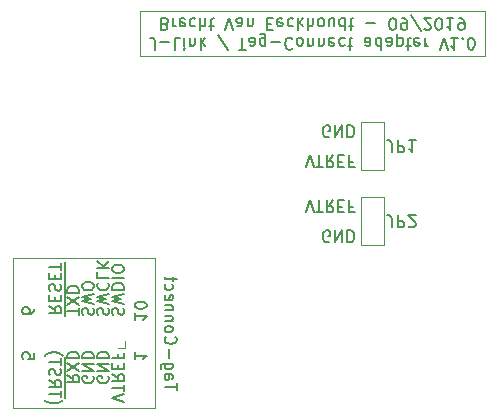
<source format=gbr>
G04 #@! TF.GenerationSoftware,KiCad,Pcbnew,5.1.4-e60b266~84~ubuntu19.04.1*
G04 #@! TF.CreationDate,2019-09-18T22:19:55+02:00*
G04 #@! TF.ProjectId,jlink-tagConnect-adapter,6a6c696e-6b2d-4746-9167-436f6e6e6563,rev?*
G04 #@! TF.SameCoordinates,Original*
G04 #@! TF.FileFunction,Legend,Bot*
G04 #@! TF.FilePolarity,Positive*
%FSLAX46Y46*%
G04 Gerber Fmt 4.6, Leading zero omitted, Abs format (unit mm)*
G04 Created by KiCad (PCBNEW 5.1.4-e60b266~84~ubuntu19.04.1) date 2019-09-18 22:19:55*
%MOMM*%
%LPD*%
G04 APERTURE LIST*
%ADD10C,0.120000*%
%ADD11C,0.150000*%
G04 APERTURE END LIST*
D10*
X106807000Y-87376000D02*
X136017000Y-87376000D01*
X106807000Y-83566000D02*
X106807000Y-87376000D01*
X136017000Y-83566000D02*
X106807000Y-83566000D01*
X136017000Y-87376000D02*
X136017000Y-83566000D01*
D11*
X108031047Y-86843619D02*
X108031047Y-86129333D01*
X107983428Y-85986476D01*
X107888190Y-85891238D01*
X107745333Y-85843619D01*
X107650095Y-85843619D01*
X108507238Y-86224571D02*
X109269142Y-86224571D01*
X110221523Y-85843619D02*
X109745333Y-85843619D01*
X109745333Y-86843619D01*
X110554857Y-85843619D02*
X110554857Y-86510285D01*
X110554857Y-86843619D02*
X110507238Y-86796000D01*
X110554857Y-86748380D01*
X110602476Y-86796000D01*
X110554857Y-86843619D01*
X110554857Y-86748380D01*
X111031047Y-86510285D02*
X111031047Y-85843619D01*
X111031047Y-86415047D02*
X111078666Y-86462666D01*
X111173904Y-86510285D01*
X111316761Y-86510285D01*
X111412000Y-86462666D01*
X111459619Y-86367428D01*
X111459619Y-85843619D01*
X111935809Y-85843619D02*
X111935809Y-86843619D01*
X112031047Y-86224571D02*
X112316761Y-85843619D01*
X112316761Y-86510285D02*
X111935809Y-86129333D01*
X114221523Y-86891238D02*
X113364380Y-85605523D01*
X115173904Y-86843619D02*
X115745333Y-86843619D01*
X115459619Y-85843619D02*
X115459619Y-86843619D01*
X116507238Y-85843619D02*
X116507238Y-86367428D01*
X116459619Y-86462666D01*
X116364380Y-86510285D01*
X116173904Y-86510285D01*
X116078666Y-86462666D01*
X116507238Y-85891238D02*
X116412000Y-85843619D01*
X116173904Y-85843619D01*
X116078666Y-85891238D01*
X116031047Y-85986476D01*
X116031047Y-86081714D01*
X116078666Y-86176952D01*
X116173904Y-86224571D01*
X116412000Y-86224571D01*
X116507238Y-86272190D01*
X117412000Y-86510285D02*
X117412000Y-85700761D01*
X117364380Y-85605523D01*
X117316761Y-85557904D01*
X117221523Y-85510285D01*
X117078666Y-85510285D01*
X116983428Y-85557904D01*
X117412000Y-85891238D02*
X117316761Y-85843619D01*
X117126285Y-85843619D01*
X117031047Y-85891238D01*
X116983428Y-85938857D01*
X116935809Y-86034095D01*
X116935809Y-86319809D01*
X116983428Y-86415047D01*
X117031047Y-86462666D01*
X117126285Y-86510285D01*
X117316761Y-86510285D01*
X117412000Y-86462666D01*
X117888190Y-86224571D02*
X118650095Y-86224571D01*
X119697714Y-85938857D02*
X119650095Y-85891238D01*
X119507238Y-85843619D01*
X119412000Y-85843619D01*
X119269142Y-85891238D01*
X119173904Y-85986476D01*
X119126285Y-86081714D01*
X119078666Y-86272190D01*
X119078666Y-86415047D01*
X119126285Y-86605523D01*
X119173904Y-86700761D01*
X119269142Y-86796000D01*
X119412000Y-86843619D01*
X119507238Y-86843619D01*
X119650095Y-86796000D01*
X119697714Y-86748380D01*
X120269142Y-85843619D02*
X120173904Y-85891238D01*
X120126285Y-85938857D01*
X120078666Y-86034095D01*
X120078666Y-86319809D01*
X120126285Y-86415047D01*
X120173904Y-86462666D01*
X120269142Y-86510285D01*
X120412000Y-86510285D01*
X120507238Y-86462666D01*
X120554857Y-86415047D01*
X120602476Y-86319809D01*
X120602476Y-86034095D01*
X120554857Y-85938857D01*
X120507238Y-85891238D01*
X120412000Y-85843619D01*
X120269142Y-85843619D01*
X121031047Y-86510285D02*
X121031047Y-85843619D01*
X121031047Y-86415047D02*
X121078666Y-86462666D01*
X121173904Y-86510285D01*
X121316761Y-86510285D01*
X121412000Y-86462666D01*
X121459619Y-86367428D01*
X121459619Y-85843619D01*
X121935809Y-86510285D02*
X121935809Y-85843619D01*
X121935809Y-86415047D02*
X121983428Y-86462666D01*
X122078666Y-86510285D01*
X122221523Y-86510285D01*
X122316761Y-86462666D01*
X122364380Y-86367428D01*
X122364380Y-85843619D01*
X123221523Y-85891238D02*
X123126285Y-85843619D01*
X122935809Y-85843619D01*
X122840571Y-85891238D01*
X122792952Y-85986476D01*
X122792952Y-86367428D01*
X122840571Y-86462666D01*
X122935809Y-86510285D01*
X123126285Y-86510285D01*
X123221523Y-86462666D01*
X123269142Y-86367428D01*
X123269142Y-86272190D01*
X122792952Y-86176952D01*
X124126285Y-85891238D02*
X124031047Y-85843619D01*
X123840571Y-85843619D01*
X123745333Y-85891238D01*
X123697714Y-85938857D01*
X123650095Y-86034095D01*
X123650095Y-86319809D01*
X123697714Y-86415047D01*
X123745333Y-86462666D01*
X123840571Y-86510285D01*
X124031047Y-86510285D01*
X124126285Y-86462666D01*
X124412000Y-86510285D02*
X124792952Y-86510285D01*
X124554857Y-86843619D02*
X124554857Y-85986476D01*
X124602476Y-85891238D01*
X124697714Y-85843619D01*
X124792952Y-85843619D01*
X126316761Y-85843619D02*
X126316761Y-86367428D01*
X126269142Y-86462666D01*
X126173904Y-86510285D01*
X125983428Y-86510285D01*
X125888190Y-86462666D01*
X126316761Y-85891238D02*
X126221523Y-85843619D01*
X125983428Y-85843619D01*
X125888190Y-85891238D01*
X125840571Y-85986476D01*
X125840571Y-86081714D01*
X125888190Y-86176952D01*
X125983428Y-86224571D01*
X126221523Y-86224571D01*
X126316761Y-86272190D01*
X127221523Y-85843619D02*
X127221523Y-86843619D01*
X127221523Y-85891238D02*
X127126285Y-85843619D01*
X126935809Y-85843619D01*
X126840571Y-85891238D01*
X126792952Y-85938857D01*
X126745333Y-86034095D01*
X126745333Y-86319809D01*
X126792952Y-86415047D01*
X126840571Y-86462666D01*
X126935809Y-86510285D01*
X127126285Y-86510285D01*
X127221523Y-86462666D01*
X128126285Y-85843619D02*
X128126285Y-86367428D01*
X128078666Y-86462666D01*
X127983428Y-86510285D01*
X127792952Y-86510285D01*
X127697714Y-86462666D01*
X128126285Y-85891238D02*
X128031047Y-85843619D01*
X127792952Y-85843619D01*
X127697714Y-85891238D01*
X127650095Y-85986476D01*
X127650095Y-86081714D01*
X127697714Y-86176952D01*
X127792952Y-86224571D01*
X128031047Y-86224571D01*
X128126285Y-86272190D01*
X128602476Y-86510285D02*
X128602476Y-85510285D01*
X128602476Y-86462666D02*
X128697714Y-86510285D01*
X128888190Y-86510285D01*
X128983428Y-86462666D01*
X129031047Y-86415047D01*
X129078666Y-86319809D01*
X129078666Y-86034095D01*
X129031047Y-85938857D01*
X128983428Y-85891238D01*
X128888190Y-85843619D01*
X128697714Y-85843619D01*
X128602476Y-85891238D01*
X129364380Y-86510285D02*
X129745333Y-86510285D01*
X129507238Y-86843619D02*
X129507238Y-85986476D01*
X129554857Y-85891238D01*
X129650095Y-85843619D01*
X129745333Y-85843619D01*
X130459619Y-85891238D02*
X130364380Y-85843619D01*
X130173904Y-85843619D01*
X130078666Y-85891238D01*
X130031047Y-85986476D01*
X130031047Y-86367428D01*
X130078666Y-86462666D01*
X130173904Y-86510285D01*
X130364380Y-86510285D01*
X130459619Y-86462666D01*
X130507238Y-86367428D01*
X130507238Y-86272190D01*
X130031047Y-86176952D01*
X130935809Y-85843619D02*
X130935809Y-86510285D01*
X130935809Y-86319809D02*
X130983428Y-86415047D01*
X131031047Y-86462666D01*
X131126285Y-86510285D01*
X131221523Y-86510285D01*
X132173904Y-86843619D02*
X132507238Y-85843619D01*
X132840571Y-86843619D01*
X133697714Y-85843619D02*
X133126285Y-85843619D01*
X133411999Y-85843619D02*
X133411999Y-86843619D01*
X133316761Y-86700761D01*
X133221523Y-86605523D01*
X133126285Y-86557904D01*
X134126285Y-85938857D02*
X134173904Y-85891238D01*
X134126285Y-85843619D01*
X134078666Y-85891238D01*
X134126285Y-85938857D01*
X134126285Y-85843619D01*
X134792952Y-86843619D02*
X134888190Y-86843619D01*
X134983428Y-86796000D01*
X135031047Y-86748380D01*
X135078666Y-86653142D01*
X135126285Y-86462666D01*
X135126285Y-86224571D01*
X135078666Y-86034095D01*
X135031047Y-85938857D01*
X134983428Y-85891238D01*
X134888190Y-85843619D01*
X134792952Y-85843619D01*
X134697714Y-85891238D01*
X134650095Y-85938857D01*
X134602476Y-86034095D01*
X134554857Y-86224571D01*
X134554857Y-86462666D01*
X134602476Y-86653142D01*
X134650095Y-86748380D01*
X134697714Y-86796000D01*
X134792952Y-86843619D01*
X108911999Y-84717428D02*
X109054857Y-84669809D01*
X109102476Y-84622190D01*
X109150095Y-84526952D01*
X109150095Y-84384095D01*
X109102476Y-84288857D01*
X109054857Y-84241238D01*
X108959619Y-84193619D01*
X108578666Y-84193619D01*
X108578666Y-85193619D01*
X108911999Y-85193619D01*
X109007238Y-85146000D01*
X109054857Y-85098380D01*
X109102476Y-85003142D01*
X109102476Y-84907904D01*
X109054857Y-84812666D01*
X109007238Y-84765047D01*
X108911999Y-84717428D01*
X108578666Y-84717428D01*
X109578666Y-84193619D02*
X109578666Y-84860285D01*
X109578666Y-84669809D02*
X109626285Y-84765047D01*
X109673904Y-84812666D01*
X109769142Y-84860285D01*
X109864380Y-84860285D01*
X110578666Y-84241238D02*
X110483428Y-84193619D01*
X110292952Y-84193619D01*
X110197714Y-84241238D01*
X110150095Y-84336476D01*
X110150095Y-84717428D01*
X110197714Y-84812666D01*
X110292952Y-84860285D01*
X110483428Y-84860285D01*
X110578666Y-84812666D01*
X110626285Y-84717428D01*
X110626285Y-84622190D01*
X110150095Y-84526952D01*
X111483428Y-84241238D02*
X111388190Y-84193619D01*
X111197714Y-84193619D01*
X111102476Y-84241238D01*
X111054857Y-84288857D01*
X111007238Y-84384095D01*
X111007238Y-84669809D01*
X111054857Y-84765047D01*
X111102476Y-84812666D01*
X111197714Y-84860285D01*
X111388190Y-84860285D01*
X111483428Y-84812666D01*
X111912000Y-84193619D02*
X111912000Y-85193619D01*
X112340571Y-84193619D02*
X112340571Y-84717428D01*
X112292952Y-84812666D01*
X112197714Y-84860285D01*
X112054857Y-84860285D01*
X111959619Y-84812666D01*
X111912000Y-84765047D01*
X112673904Y-84860285D02*
X113054857Y-84860285D01*
X112816761Y-85193619D02*
X112816761Y-84336476D01*
X112864380Y-84241238D01*
X112959619Y-84193619D01*
X113054857Y-84193619D01*
X114007238Y-85193619D02*
X114340571Y-84193619D01*
X114673904Y-85193619D01*
X115435809Y-84193619D02*
X115435809Y-84717428D01*
X115388190Y-84812666D01*
X115292952Y-84860285D01*
X115102476Y-84860285D01*
X115007238Y-84812666D01*
X115435809Y-84241238D02*
X115340571Y-84193619D01*
X115102476Y-84193619D01*
X115007238Y-84241238D01*
X114959619Y-84336476D01*
X114959619Y-84431714D01*
X115007238Y-84526952D01*
X115102476Y-84574571D01*
X115340571Y-84574571D01*
X115435809Y-84622190D01*
X115911999Y-84860285D02*
X115911999Y-84193619D01*
X115911999Y-84765047D02*
X115959619Y-84812666D01*
X116054857Y-84860285D01*
X116197714Y-84860285D01*
X116292952Y-84812666D01*
X116340571Y-84717428D01*
X116340571Y-84193619D01*
X117578666Y-84717428D02*
X117911999Y-84717428D01*
X118054857Y-84193619D02*
X117578666Y-84193619D01*
X117578666Y-85193619D01*
X118054857Y-85193619D01*
X118864380Y-84241238D02*
X118769142Y-84193619D01*
X118578666Y-84193619D01*
X118483428Y-84241238D01*
X118435809Y-84336476D01*
X118435809Y-84717428D01*
X118483428Y-84812666D01*
X118578666Y-84860285D01*
X118769142Y-84860285D01*
X118864380Y-84812666D01*
X118911999Y-84717428D01*
X118911999Y-84622190D01*
X118435809Y-84526952D01*
X119769142Y-84241238D02*
X119673904Y-84193619D01*
X119483428Y-84193619D01*
X119388190Y-84241238D01*
X119340571Y-84288857D01*
X119292952Y-84384095D01*
X119292952Y-84669809D01*
X119340571Y-84765047D01*
X119388190Y-84812666D01*
X119483428Y-84860285D01*
X119673904Y-84860285D01*
X119769142Y-84812666D01*
X120197714Y-84193619D02*
X120197714Y-85193619D01*
X120292952Y-84574571D02*
X120578666Y-84193619D01*
X120578666Y-84860285D02*
X120197714Y-84479333D01*
X121007238Y-84193619D02*
X121007238Y-85193619D01*
X121435809Y-84193619D02*
X121435809Y-84717428D01*
X121388190Y-84812666D01*
X121292952Y-84860285D01*
X121150095Y-84860285D01*
X121054857Y-84812666D01*
X121007238Y-84765047D01*
X122054857Y-84193619D02*
X121959619Y-84241238D01*
X121911999Y-84288857D01*
X121864380Y-84384095D01*
X121864380Y-84669809D01*
X121911999Y-84765047D01*
X121959619Y-84812666D01*
X122054857Y-84860285D01*
X122197714Y-84860285D01*
X122292952Y-84812666D01*
X122340571Y-84765047D01*
X122388190Y-84669809D01*
X122388190Y-84384095D01*
X122340571Y-84288857D01*
X122292952Y-84241238D01*
X122197714Y-84193619D01*
X122054857Y-84193619D01*
X123245333Y-84860285D02*
X123245333Y-84193619D01*
X122816761Y-84860285D02*
X122816761Y-84336476D01*
X122864380Y-84241238D01*
X122959619Y-84193619D01*
X123102476Y-84193619D01*
X123197714Y-84241238D01*
X123245333Y-84288857D01*
X124150095Y-84193619D02*
X124150095Y-85193619D01*
X124150095Y-84241238D02*
X124054857Y-84193619D01*
X123864380Y-84193619D01*
X123769142Y-84241238D01*
X123721523Y-84288857D01*
X123673904Y-84384095D01*
X123673904Y-84669809D01*
X123721523Y-84765047D01*
X123769142Y-84812666D01*
X123864380Y-84860285D01*
X124054857Y-84860285D01*
X124150095Y-84812666D01*
X124483428Y-84860285D02*
X124864380Y-84860285D01*
X124626285Y-85193619D02*
X124626285Y-84336476D01*
X124673904Y-84241238D01*
X124769142Y-84193619D01*
X124864380Y-84193619D01*
X125959619Y-84574571D02*
X126721523Y-84574571D01*
X128150095Y-85193619D02*
X128245333Y-85193619D01*
X128340571Y-85146000D01*
X128388190Y-85098380D01*
X128435809Y-85003142D01*
X128483428Y-84812666D01*
X128483428Y-84574571D01*
X128435809Y-84384095D01*
X128388190Y-84288857D01*
X128340571Y-84241238D01*
X128245333Y-84193619D01*
X128150095Y-84193619D01*
X128054857Y-84241238D01*
X128007238Y-84288857D01*
X127959619Y-84384095D01*
X127911999Y-84574571D01*
X127911999Y-84812666D01*
X127959619Y-85003142D01*
X128007238Y-85098380D01*
X128054857Y-85146000D01*
X128150095Y-85193619D01*
X128959619Y-84193619D02*
X129150095Y-84193619D01*
X129245333Y-84241238D01*
X129292952Y-84288857D01*
X129388190Y-84431714D01*
X129435809Y-84622190D01*
X129435809Y-85003142D01*
X129388190Y-85098380D01*
X129340571Y-85146000D01*
X129245333Y-85193619D01*
X129054857Y-85193619D01*
X128959619Y-85146000D01*
X128911999Y-85098380D01*
X128864380Y-85003142D01*
X128864380Y-84765047D01*
X128911999Y-84669809D01*
X128959619Y-84622190D01*
X129054857Y-84574571D01*
X129245333Y-84574571D01*
X129340571Y-84622190D01*
X129388190Y-84669809D01*
X129435809Y-84765047D01*
X130578666Y-85241238D02*
X129721523Y-83955523D01*
X130864380Y-85098380D02*
X130911999Y-85146000D01*
X131007238Y-85193619D01*
X131245333Y-85193619D01*
X131340571Y-85146000D01*
X131388190Y-85098380D01*
X131435809Y-85003142D01*
X131435809Y-84907904D01*
X131388190Y-84765047D01*
X130816761Y-84193619D01*
X131435809Y-84193619D01*
X132054857Y-85193619D02*
X132150095Y-85193619D01*
X132245333Y-85146000D01*
X132292952Y-85098380D01*
X132340571Y-85003142D01*
X132388190Y-84812666D01*
X132388190Y-84574571D01*
X132340571Y-84384095D01*
X132292952Y-84288857D01*
X132245333Y-84241238D01*
X132150095Y-84193619D01*
X132054857Y-84193619D01*
X131959619Y-84241238D01*
X131911999Y-84288857D01*
X131864380Y-84384095D01*
X131816761Y-84574571D01*
X131816761Y-84812666D01*
X131864380Y-85003142D01*
X131911999Y-85098380D01*
X131959619Y-85146000D01*
X132054857Y-85193619D01*
X133340571Y-84193619D02*
X132769142Y-84193619D01*
X133054857Y-84193619D02*
X133054857Y-85193619D01*
X132959619Y-85050761D01*
X132864380Y-84955523D01*
X132769142Y-84907904D01*
X133816761Y-84193619D02*
X134007238Y-84193619D01*
X134102476Y-84241238D01*
X134150095Y-84288857D01*
X134245333Y-84431714D01*
X134292952Y-84622190D01*
X134292952Y-85003142D01*
X134245333Y-85098380D01*
X134197714Y-85146000D01*
X134102476Y-85193619D01*
X133911999Y-85193619D01*
X133816761Y-85146000D01*
X133769142Y-85098380D01*
X133721523Y-85003142D01*
X133721523Y-84765047D01*
X133769142Y-84669809D01*
X133816761Y-84622190D01*
X133911999Y-84574571D01*
X134102476Y-84574571D01*
X134197714Y-84622190D01*
X134245333Y-84669809D01*
X134292952Y-84765047D01*
X109894619Y-115680523D02*
X109894619Y-115109095D01*
X108894619Y-115394809D02*
X109894619Y-115394809D01*
X108894619Y-114347190D02*
X109418428Y-114347190D01*
X109513666Y-114394809D01*
X109561285Y-114490047D01*
X109561285Y-114680523D01*
X109513666Y-114775761D01*
X108942238Y-114347190D02*
X108894619Y-114442428D01*
X108894619Y-114680523D01*
X108942238Y-114775761D01*
X109037476Y-114823380D01*
X109132714Y-114823380D01*
X109227952Y-114775761D01*
X109275571Y-114680523D01*
X109275571Y-114442428D01*
X109323190Y-114347190D01*
X109561285Y-113442428D02*
X108751761Y-113442428D01*
X108656523Y-113490047D01*
X108608904Y-113537666D01*
X108561285Y-113632904D01*
X108561285Y-113775761D01*
X108608904Y-113871000D01*
X108942238Y-113442428D02*
X108894619Y-113537666D01*
X108894619Y-113728142D01*
X108942238Y-113823380D01*
X108989857Y-113871000D01*
X109085095Y-113918619D01*
X109370809Y-113918619D01*
X109466047Y-113871000D01*
X109513666Y-113823380D01*
X109561285Y-113728142D01*
X109561285Y-113537666D01*
X109513666Y-113442428D01*
X109275571Y-112966238D02*
X109275571Y-112204333D01*
X108989857Y-111156714D02*
X108942238Y-111204333D01*
X108894619Y-111347190D01*
X108894619Y-111442428D01*
X108942238Y-111585285D01*
X109037476Y-111680523D01*
X109132714Y-111728142D01*
X109323190Y-111775761D01*
X109466047Y-111775761D01*
X109656523Y-111728142D01*
X109751761Y-111680523D01*
X109847000Y-111585285D01*
X109894619Y-111442428D01*
X109894619Y-111347190D01*
X109847000Y-111204333D01*
X109799380Y-111156714D01*
X108894619Y-110585285D02*
X108942238Y-110680523D01*
X108989857Y-110728142D01*
X109085095Y-110775761D01*
X109370809Y-110775761D01*
X109466047Y-110728142D01*
X109513666Y-110680523D01*
X109561285Y-110585285D01*
X109561285Y-110442428D01*
X109513666Y-110347190D01*
X109466047Y-110299571D01*
X109370809Y-110251952D01*
X109085095Y-110251952D01*
X108989857Y-110299571D01*
X108942238Y-110347190D01*
X108894619Y-110442428D01*
X108894619Y-110585285D01*
X109561285Y-109823380D02*
X108894619Y-109823380D01*
X109466047Y-109823380D02*
X109513666Y-109775761D01*
X109561285Y-109680523D01*
X109561285Y-109537666D01*
X109513666Y-109442428D01*
X109418428Y-109394809D01*
X108894619Y-109394809D01*
X109561285Y-108918619D02*
X108894619Y-108918619D01*
X109466047Y-108918619D02*
X109513666Y-108871000D01*
X109561285Y-108775761D01*
X109561285Y-108632904D01*
X109513666Y-108537666D01*
X109418428Y-108490047D01*
X108894619Y-108490047D01*
X108942238Y-107632904D02*
X108894619Y-107728142D01*
X108894619Y-107918619D01*
X108942238Y-108013857D01*
X109037476Y-108061476D01*
X109418428Y-108061476D01*
X109513666Y-108013857D01*
X109561285Y-107918619D01*
X109561285Y-107728142D01*
X109513666Y-107632904D01*
X109418428Y-107585285D01*
X109323190Y-107585285D01*
X109227952Y-108061476D01*
X108942238Y-106728142D02*
X108894619Y-106823380D01*
X108894619Y-107013857D01*
X108942238Y-107109095D01*
X108989857Y-107156714D01*
X109085095Y-107204333D01*
X109370809Y-107204333D01*
X109466047Y-107156714D01*
X109513666Y-107109095D01*
X109561285Y-107013857D01*
X109561285Y-106823380D01*
X109513666Y-106728142D01*
X109561285Y-106442428D02*
X109561285Y-106061476D01*
X109894619Y-106299571D02*
X109037476Y-106299571D01*
X108942238Y-106251952D01*
X108894619Y-106156714D01*
X108894619Y-106061476D01*
D10*
X108077000Y-104521000D02*
X108077000Y-117221000D01*
X96012000Y-104521000D02*
X108077000Y-104521000D01*
X96012000Y-117221000D02*
X96012000Y-104521000D01*
X108077000Y-117221000D02*
X96012000Y-117221000D01*
D11*
X97829619Y-108775523D02*
X97829619Y-108966000D01*
X97782000Y-109061238D01*
X97734380Y-109108857D01*
X97591523Y-109204095D01*
X97401047Y-109251714D01*
X97020095Y-109251714D01*
X96924857Y-109204095D01*
X96877238Y-109156476D01*
X96829619Y-109061238D01*
X96829619Y-108870761D01*
X96877238Y-108775523D01*
X96924857Y-108727904D01*
X97020095Y-108680285D01*
X97258190Y-108680285D01*
X97353428Y-108727904D01*
X97401047Y-108775523D01*
X97448666Y-108870761D01*
X97448666Y-109061238D01*
X97401047Y-109156476D01*
X97353428Y-109204095D01*
X97258190Y-109251714D01*
X97829619Y-112537904D02*
X97829619Y-113014095D01*
X97353428Y-113061714D01*
X97401047Y-113014095D01*
X97448666Y-112918857D01*
X97448666Y-112680761D01*
X97401047Y-112585523D01*
X97353428Y-112537904D01*
X97258190Y-112490285D01*
X97020095Y-112490285D01*
X96924857Y-112537904D01*
X96877238Y-112585523D01*
X96829619Y-112680761D01*
X96829619Y-112918857D01*
X96877238Y-113014095D01*
X96924857Y-113061714D01*
X106354619Y-109156476D02*
X106354619Y-109727904D01*
X106354619Y-109442190D02*
X107354619Y-109442190D01*
X107211761Y-109537428D01*
X107116523Y-109632666D01*
X107068904Y-109727904D01*
X107354619Y-108537428D02*
X107354619Y-108442190D01*
X107307000Y-108346952D01*
X107259380Y-108299333D01*
X107164142Y-108251714D01*
X106973666Y-108204095D01*
X106735571Y-108204095D01*
X106545095Y-108251714D01*
X106449857Y-108299333D01*
X106402238Y-108346952D01*
X106354619Y-108442190D01*
X106354619Y-108537428D01*
X106402238Y-108632666D01*
X106449857Y-108680285D01*
X106545095Y-108727904D01*
X106735571Y-108775523D01*
X106973666Y-108775523D01*
X107164142Y-108727904D01*
X107259380Y-108680285D01*
X107307000Y-108632666D01*
X107354619Y-108537428D01*
X106354619Y-112490285D02*
X106354619Y-113061714D01*
X106354619Y-112776000D02*
X107354619Y-112776000D01*
X107211761Y-112871238D01*
X107116523Y-112966476D01*
X107068904Y-113061714D01*
X100483000Y-109376500D02*
X100483000Y-108376500D01*
X99115619Y-108566976D02*
X99591809Y-108900309D01*
X99115619Y-109138404D02*
X100115619Y-109138404D01*
X100115619Y-108757452D01*
X100068000Y-108662214D01*
X100020380Y-108614595D01*
X99925142Y-108566976D01*
X99782285Y-108566976D01*
X99687047Y-108614595D01*
X99639428Y-108662214D01*
X99591809Y-108757452D01*
X99591809Y-109138404D01*
X100483000Y-108376500D02*
X100483000Y-107471738D01*
X99639428Y-108138404D02*
X99639428Y-107805071D01*
X99115619Y-107662214D02*
X99115619Y-108138404D01*
X100115619Y-108138404D01*
X100115619Y-107662214D01*
X100483000Y-107471738D02*
X100483000Y-106519357D01*
X99163238Y-107281261D02*
X99115619Y-107138404D01*
X99115619Y-106900309D01*
X99163238Y-106805071D01*
X99210857Y-106757452D01*
X99306095Y-106709833D01*
X99401333Y-106709833D01*
X99496571Y-106757452D01*
X99544190Y-106805071D01*
X99591809Y-106900309D01*
X99639428Y-107090785D01*
X99687047Y-107186023D01*
X99734666Y-107233642D01*
X99829904Y-107281261D01*
X99925142Y-107281261D01*
X100020380Y-107233642D01*
X100068000Y-107186023D01*
X100115619Y-107090785D01*
X100115619Y-106852690D01*
X100068000Y-106709833D01*
X100483000Y-106519357D02*
X100483000Y-105614595D01*
X99639428Y-106281261D02*
X99639428Y-105947928D01*
X99115619Y-105805071D02*
X99115619Y-106281261D01*
X100115619Y-106281261D01*
X100115619Y-105805071D01*
X100483000Y-105614595D02*
X100483000Y-104852690D01*
X100115619Y-105519357D02*
X100115619Y-104947928D01*
X99115619Y-105233642D02*
X100115619Y-105233642D01*
X101639619Y-109281261D02*
X101639619Y-108709833D01*
X100639619Y-108995547D02*
X101639619Y-108995547D01*
X101639619Y-108471738D02*
X100639619Y-107805071D01*
X101639619Y-107805071D02*
X100639619Y-108471738D01*
X100639619Y-107424119D02*
X101639619Y-107424119D01*
X101639619Y-107186023D01*
X101592000Y-107043166D01*
X101496761Y-106947928D01*
X101401523Y-106900309D01*
X101211047Y-106852690D01*
X101068190Y-106852690D01*
X100877714Y-106900309D01*
X100782476Y-106947928D01*
X100687238Y-107043166D01*
X100639619Y-107186023D01*
X100639619Y-107424119D01*
X101957238Y-109313023D02*
X101909619Y-109170166D01*
X101909619Y-108932071D01*
X101957238Y-108836833D01*
X102004857Y-108789214D01*
X102100095Y-108741595D01*
X102195333Y-108741595D01*
X102290571Y-108789214D01*
X102338190Y-108836833D01*
X102385809Y-108932071D01*
X102433428Y-109122547D01*
X102481047Y-109217785D01*
X102528666Y-109265404D01*
X102623904Y-109313023D01*
X102719142Y-109313023D01*
X102814380Y-109265404D01*
X102862000Y-109217785D01*
X102909619Y-109122547D01*
X102909619Y-108884452D01*
X102862000Y-108741595D01*
X102909619Y-108408261D02*
X101909619Y-108170166D01*
X102623904Y-107979690D01*
X101909619Y-107789214D01*
X102909619Y-107551119D01*
X102909619Y-106979690D02*
X102909619Y-106789214D01*
X102862000Y-106693976D01*
X102766761Y-106598738D01*
X102576285Y-106551119D01*
X102242952Y-106551119D01*
X102052476Y-106598738D01*
X101957238Y-106693976D01*
X101909619Y-106789214D01*
X101909619Y-106979690D01*
X101957238Y-107074928D01*
X102052476Y-107170166D01*
X102242952Y-107217785D01*
X102576285Y-107217785D01*
X102766761Y-107170166D01*
X102862000Y-107074928D01*
X102909619Y-106979690D01*
X103227238Y-109313023D02*
X103179619Y-109170166D01*
X103179619Y-108932071D01*
X103227238Y-108836833D01*
X103274857Y-108789214D01*
X103370095Y-108741595D01*
X103465333Y-108741595D01*
X103560571Y-108789214D01*
X103608190Y-108836833D01*
X103655809Y-108932071D01*
X103703428Y-109122547D01*
X103751047Y-109217785D01*
X103798666Y-109265404D01*
X103893904Y-109313023D01*
X103989142Y-109313023D01*
X104084380Y-109265404D01*
X104132000Y-109217785D01*
X104179619Y-109122547D01*
X104179619Y-108884452D01*
X104132000Y-108741595D01*
X104179619Y-108408261D02*
X103179619Y-108170166D01*
X103893904Y-107979690D01*
X103179619Y-107789214D01*
X104179619Y-107551119D01*
X103274857Y-106598738D02*
X103227238Y-106646357D01*
X103179619Y-106789214D01*
X103179619Y-106884452D01*
X103227238Y-107027309D01*
X103322476Y-107122547D01*
X103417714Y-107170166D01*
X103608190Y-107217785D01*
X103751047Y-107217785D01*
X103941523Y-107170166D01*
X104036761Y-107122547D01*
X104132000Y-107027309D01*
X104179619Y-106884452D01*
X104179619Y-106789214D01*
X104132000Y-106646357D01*
X104084380Y-106598738D01*
X103179619Y-105693976D02*
X103179619Y-106170166D01*
X104179619Y-106170166D01*
X103179619Y-105360642D02*
X104179619Y-105360642D01*
X103179619Y-104789214D02*
X103751047Y-105217785D01*
X104179619Y-104789214D02*
X103608190Y-105360642D01*
X104497238Y-109313023D02*
X104449619Y-109170166D01*
X104449619Y-108932071D01*
X104497238Y-108836833D01*
X104544857Y-108789214D01*
X104640095Y-108741595D01*
X104735333Y-108741595D01*
X104830571Y-108789214D01*
X104878190Y-108836833D01*
X104925809Y-108932071D01*
X104973428Y-109122547D01*
X105021047Y-109217785D01*
X105068666Y-109265404D01*
X105163904Y-109313023D01*
X105259142Y-109313023D01*
X105354380Y-109265404D01*
X105402000Y-109217785D01*
X105449619Y-109122547D01*
X105449619Y-108884452D01*
X105402000Y-108741595D01*
X105449619Y-108408261D02*
X104449619Y-108170166D01*
X105163904Y-107979690D01*
X104449619Y-107789214D01*
X105449619Y-107551119D01*
X104449619Y-107170166D02*
X105449619Y-107170166D01*
X105449619Y-106932071D01*
X105402000Y-106789214D01*
X105306761Y-106693976D01*
X105211523Y-106646357D01*
X105021047Y-106598738D01*
X104878190Y-106598738D01*
X104687714Y-106646357D01*
X104592476Y-106693976D01*
X104497238Y-106789214D01*
X104449619Y-106932071D01*
X104449619Y-107170166D01*
X104449619Y-106170166D02*
X105449619Y-106170166D01*
X105449619Y-105503500D02*
X105449619Y-105313023D01*
X105402000Y-105217785D01*
X105306761Y-105122547D01*
X105116285Y-105074928D01*
X104782952Y-105074928D01*
X104592476Y-105122547D01*
X104497238Y-105217785D01*
X104449619Y-105313023D01*
X104449619Y-105503500D01*
X104497238Y-105598738D01*
X104592476Y-105693976D01*
X104782952Y-105741595D01*
X105116285Y-105741595D01*
X105306761Y-105693976D01*
X105402000Y-105598738D01*
X105449619Y-105503500D01*
X98734666Y-116524214D02*
X98782285Y-116571833D01*
X98925142Y-116667071D01*
X99020380Y-116714690D01*
X99163238Y-116762309D01*
X99401333Y-116809928D01*
X99591809Y-116809928D01*
X99829904Y-116762309D01*
X99972761Y-116714690D01*
X100068000Y-116667071D01*
X100210857Y-116571833D01*
X100258476Y-116524214D01*
X100483000Y-116381357D02*
X100483000Y-115619452D01*
X100115619Y-116286119D02*
X100115619Y-115714690D01*
X99115619Y-116000404D02*
X100115619Y-116000404D01*
X100483000Y-115619452D02*
X100483000Y-114619452D01*
X99115619Y-114809928D02*
X99591809Y-115143261D01*
X99115619Y-115381357D02*
X100115619Y-115381357D01*
X100115619Y-115000404D01*
X100068000Y-114905166D01*
X100020380Y-114857547D01*
X99925142Y-114809928D01*
X99782285Y-114809928D01*
X99687047Y-114857547D01*
X99639428Y-114905166D01*
X99591809Y-115000404D01*
X99591809Y-115381357D01*
X100483000Y-114619452D02*
X100483000Y-113667071D01*
X99163238Y-114428976D02*
X99115619Y-114286119D01*
X99115619Y-114048023D01*
X99163238Y-113952785D01*
X99210857Y-113905166D01*
X99306095Y-113857547D01*
X99401333Y-113857547D01*
X99496571Y-113905166D01*
X99544190Y-113952785D01*
X99591809Y-114048023D01*
X99639428Y-114238500D01*
X99687047Y-114333738D01*
X99734666Y-114381357D01*
X99829904Y-114428976D01*
X99925142Y-114428976D01*
X100020380Y-114381357D01*
X100068000Y-114333738D01*
X100115619Y-114238500D01*
X100115619Y-114000404D01*
X100068000Y-113857547D01*
X100483000Y-113667071D02*
X100483000Y-112905166D01*
X100115619Y-113571833D02*
X100115619Y-113000404D01*
X99115619Y-113286119D02*
X100115619Y-113286119D01*
X98734666Y-112762309D02*
X98782285Y-112714690D01*
X98925142Y-112619452D01*
X99020380Y-112571833D01*
X99163238Y-112524214D01*
X99401333Y-112476595D01*
X99591809Y-112476595D01*
X99829904Y-112524214D01*
X99972761Y-112571833D01*
X100068000Y-112619452D01*
X100210857Y-112714690D01*
X100258476Y-112762309D01*
X100639619Y-114381357D02*
X101115809Y-114714690D01*
X100639619Y-114952785D02*
X101639619Y-114952785D01*
X101639619Y-114571833D01*
X101592000Y-114476595D01*
X101544380Y-114428976D01*
X101449142Y-114381357D01*
X101306285Y-114381357D01*
X101211047Y-114428976D01*
X101163428Y-114476595D01*
X101115809Y-114571833D01*
X101115809Y-114952785D01*
X101639619Y-114048023D02*
X100639619Y-113381357D01*
X101639619Y-113381357D02*
X100639619Y-114048023D01*
X100639619Y-113000404D02*
X101639619Y-113000404D01*
X101639619Y-112762309D01*
X101592000Y-112619452D01*
X101496761Y-112524214D01*
X101401523Y-112476595D01*
X101211047Y-112428976D01*
X101068190Y-112428976D01*
X100877714Y-112476595D01*
X100782476Y-112524214D01*
X100687238Y-112619452D01*
X100639619Y-112762309D01*
X100639619Y-113000404D01*
X102862000Y-114524214D02*
X102909619Y-114619452D01*
X102909619Y-114762309D01*
X102862000Y-114905166D01*
X102766761Y-115000404D01*
X102671523Y-115048023D01*
X102481047Y-115095642D01*
X102338190Y-115095642D01*
X102147714Y-115048023D01*
X102052476Y-115000404D01*
X101957238Y-114905166D01*
X101909619Y-114762309D01*
X101909619Y-114667071D01*
X101957238Y-114524214D01*
X102004857Y-114476595D01*
X102338190Y-114476595D01*
X102338190Y-114667071D01*
X101909619Y-114048023D02*
X102909619Y-114048023D01*
X101909619Y-113476595D01*
X102909619Y-113476595D01*
X101909619Y-113000404D02*
X102909619Y-113000404D01*
X102909619Y-112762309D01*
X102862000Y-112619452D01*
X102766761Y-112524214D01*
X102671523Y-112476595D01*
X102481047Y-112428976D01*
X102338190Y-112428976D01*
X102147714Y-112476595D01*
X102052476Y-112524214D01*
X101957238Y-112619452D01*
X101909619Y-112762309D01*
X101909619Y-113000404D01*
X104132000Y-114524214D02*
X104179619Y-114619452D01*
X104179619Y-114762309D01*
X104132000Y-114905166D01*
X104036761Y-115000404D01*
X103941523Y-115048023D01*
X103751047Y-115095642D01*
X103608190Y-115095642D01*
X103417714Y-115048023D01*
X103322476Y-115000404D01*
X103227238Y-114905166D01*
X103179619Y-114762309D01*
X103179619Y-114667071D01*
X103227238Y-114524214D01*
X103274857Y-114476595D01*
X103608190Y-114476595D01*
X103608190Y-114667071D01*
X103179619Y-114048023D02*
X104179619Y-114048023D01*
X103179619Y-113476595D01*
X104179619Y-113476595D01*
X103179619Y-113000404D02*
X104179619Y-113000404D01*
X104179619Y-112762309D01*
X104132000Y-112619452D01*
X104036761Y-112524214D01*
X103941523Y-112476595D01*
X103751047Y-112428976D01*
X103608190Y-112428976D01*
X103417714Y-112476595D01*
X103322476Y-112524214D01*
X103227238Y-112619452D01*
X103179619Y-112762309D01*
X103179619Y-113000404D01*
X105449619Y-116651214D02*
X104449619Y-116317880D01*
X105449619Y-115984547D01*
X105449619Y-115794071D02*
X105449619Y-115222642D01*
X104449619Y-115508357D02*
X105449619Y-115508357D01*
X104449619Y-114317880D02*
X104925809Y-114651214D01*
X104449619Y-114889309D02*
X105449619Y-114889309D01*
X105449619Y-114508357D01*
X105402000Y-114413119D01*
X105354380Y-114365500D01*
X105259142Y-114317880D01*
X105116285Y-114317880D01*
X105021047Y-114365500D01*
X104973428Y-114413119D01*
X104925809Y-114508357D01*
X104925809Y-114889309D01*
X104973428Y-113889309D02*
X104973428Y-113555976D01*
X104449619Y-113413119D02*
X104449619Y-113889309D01*
X105449619Y-113889309D01*
X105449619Y-113413119D01*
X104973428Y-112651214D02*
X104973428Y-112984547D01*
X104449619Y-112984547D02*
X105449619Y-112984547D01*
X105449619Y-112508357D01*
X122838785Y-103116000D02*
X122743547Y-103163619D01*
X122600690Y-103163619D01*
X122457833Y-103116000D01*
X122362595Y-103020761D01*
X122314976Y-102925523D01*
X122267357Y-102735047D01*
X122267357Y-102592190D01*
X122314976Y-102401714D01*
X122362595Y-102306476D01*
X122457833Y-102211238D01*
X122600690Y-102163619D01*
X122695928Y-102163619D01*
X122838785Y-102211238D01*
X122886404Y-102258857D01*
X122886404Y-102592190D01*
X122695928Y-102592190D01*
X123314976Y-102163619D02*
X123314976Y-103163619D01*
X123886404Y-102163619D01*
X123886404Y-103163619D01*
X124362595Y-102163619D02*
X124362595Y-103163619D01*
X124600690Y-103163619D01*
X124743547Y-103116000D01*
X124838785Y-103020761D01*
X124886404Y-102925523D01*
X124934023Y-102735047D01*
X124934023Y-102592190D01*
X124886404Y-102401714D01*
X124838785Y-102306476D01*
X124743547Y-102211238D01*
X124600690Y-102163619D01*
X124362595Y-102163619D01*
X120838785Y-100623619D02*
X121172119Y-99623619D01*
X121505452Y-100623619D01*
X121695928Y-100623619D02*
X122267357Y-100623619D01*
X121981642Y-99623619D02*
X121981642Y-100623619D01*
X123172119Y-99623619D02*
X122838785Y-100099809D01*
X122600690Y-99623619D02*
X122600690Y-100623619D01*
X122981642Y-100623619D01*
X123076880Y-100576000D01*
X123124500Y-100528380D01*
X123172119Y-100433142D01*
X123172119Y-100290285D01*
X123124500Y-100195047D01*
X123076880Y-100147428D01*
X122981642Y-100099809D01*
X122600690Y-100099809D01*
X123600690Y-100147428D02*
X123934023Y-100147428D01*
X124076880Y-99623619D02*
X123600690Y-99623619D01*
X123600690Y-100623619D01*
X124076880Y-100623619D01*
X124838785Y-100147428D02*
X124505452Y-100147428D01*
X124505452Y-99623619D02*
X124505452Y-100623619D01*
X124981642Y-100623619D01*
X120838785Y-96813619D02*
X121172119Y-95813619D01*
X121505452Y-96813619D01*
X121695928Y-96813619D02*
X122267357Y-96813619D01*
X121981642Y-95813619D02*
X121981642Y-96813619D01*
X123172119Y-95813619D02*
X122838785Y-96289809D01*
X122600690Y-95813619D02*
X122600690Y-96813619D01*
X122981642Y-96813619D01*
X123076880Y-96766000D01*
X123124500Y-96718380D01*
X123172119Y-96623142D01*
X123172119Y-96480285D01*
X123124500Y-96385047D01*
X123076880Y-96337428D01*
X122981642Y-96289809D01*
X122600690Y-96289809D01*
X123600690Y-96337428D02*
X123934023Y-96337428D01*
X124076880Y-95813619D02*
X123600690Y-95813619D01*
X123600690Y-96813619D01*
X124076880Y-96813619D01*
X124838785Y-96337428D02*
X124505452Y-96337428D01*
X124505452Y-95813619D02*
X124505452Y-96813619D01*
X124981642Y-96813619D01*
X122838785Y-94226000D02*
X122743547Y-94273619D01*
X122600690Y-94273619D01*
X122457833Y-94226000D01*
X122362595Y-94130761D01*
X122314976Y-94035523D01*
X122267357Y-93845047D01*
X122267357Y-93702190D01*
X122314976Y-93511714D01*
X122362595Y-93416476D01*
X122457833Y-93321238D01*
X122600690Y-93273619D01*
X122695928Y-93273619D01*
X122838785Y-93321238D01*
X122886404Y-93368857D01*
X122886404Y-93702190D01*
X122695928Y-93702190D01*
X123314976Y-93273619D02*
X123314976Y-94273619D01*
X123886404Y-93273619D01*
X123886404Y-94273619D01*
X124362595Y-93273619D02*
X124362595Y-94273619D01*
X124600690Y-94273619D01*
X124743547Y-94226000D01*
X124838785Y-94130761D01*
X124886404Y-94035523D01*
X124934023Y-93845047D01*
X124934023Y-93702190D01*
X124886404Y-93511714D01*
X124838785Y-93416476D01*
X124743547Y-93321238D01*
X124600690Y-93273619D01*
X124362595Y-93273619D01*
D10*
X104902000Y-112141000D02*
X105537000Y-112141000D01*
X105537000Y-112141000D02*
X105537000Y-111506000D01*
X127492000Y-97046000D02*
X127492000Y-92946000D01*
X127492000Y-92946000D02*
X125492000Y-92946000D01*
X125492000Y-92946000D02*
X125492000Y-97046000D01*
X125492000Y-97046000D02*
X127492000Y-97046000D01*
X125492000Y-103396000D02*
X127492000Y-103396000D01*
X125492000Y-99296000D02*
X125492000Y-103396000D01*
X127492000Y-99296000D02*
X125492000Y-99296000D01*
X127492000Y-103396000D02*
X127492000Y-99296000D01*
D11*
X128129309Y-95543619D02*
X128129309Y-94829333D01*
X128081690Y-94686476D01*
X127986452Y-94591238D01*
X127843595Y-94543619D01*
X127748357Y-94543619D01*
X128605500Y-94543619D02*
X128605500Y-95543619D01*
X128986452Y-95543619D01*
X129081690Y-95496000D01*
X129129309Y-95448380D01*
X129176928Y-95353142D01*
X129176928Y-95210285D01*
X129129309Y-95115047D01*
X129081690Y-95067428D01*
X128986452Y-95019809D01*
X128605500Y-95019809D01*
X130129309Y-94543619D02*
X129557880Y-94543619D01*
X129843595Y-94543619D02*
X129843595Y-95543619D01*
X129748357Y-95400761D01*
X129653119Y-95305523D01*
X129557880Y-95257904D01*
X128129309Y-101893619D02*
X128129309Y-101179333D01*
X128081690Y-101036476D01*
X127986452Y-100941238D01*
X127843595Y-100893619D01*
X127748357Y-100893619D01*
X128605500Y-100893619D02*
X128605500Y-101893619D01*
X128986452Y-101893619D01*
X129081690Y-101846000D01*
X129129309Y-101798380D01*
X129176928Y-101703142D01*
X129176928Y-101560285D01*
X129129309Y-101465047D01*
X129081690Y-101417428D01*
X128986452Y-101369809D01*
X128605500Y-101369809D01*
X129557880Y-101798380D02*
X129605500Y-101846000D01*
X129700738Y-101893619D01*
X129938833Y-101893619D01*
X130034071Y-101846000D01*
X130081690Y-101798380D01*
X130129309Y-101703142D01*
X130129309Y-101607904D01*
X130081690Y-101465047D01*
X129510261Y-100893619D01*
X130129309Y-100893619D01*
M02*

</source>
